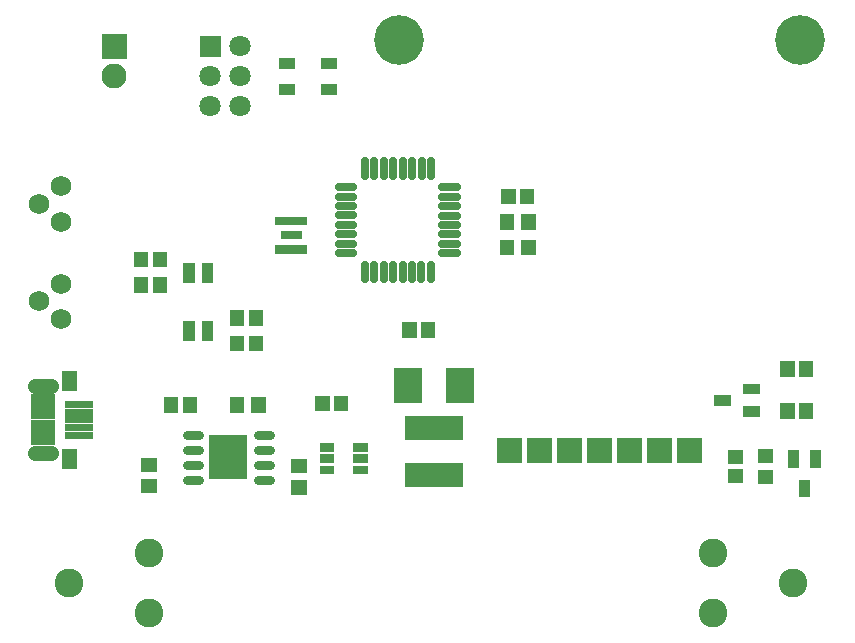
<source format=gts>
G04 Layer: TopSolderMaskLayer*
G04 EasyEDA v6.3.41, 2020-05-05T11:48:15+01:00*
G04 2ec71008dff244c88071119ef016d080,e9fa969840cb4916a94017553220f78b,10*
G04 Gerber Generator version 0.2*
G04 Scale: 100 percent, Rotated: No, Reflected: No *
G04 Dimensions in millimeters *
G04 leading zeros omitted , absolute positions ,3 integer and 3 decimal *
%FSLAX33Y33*%
%MOMM*%
G90*
G71D02*

%ADD45C,1.303198*%
%ADD46C,0.803199*%
%ADD47C,0.653212*%
%ADD49C,1.727200*%
%ADD61C,4.203192*%
%ADD62C,2.430780*%
%ADD65C,1.803197*%
%ADD68C,2.103196*%

%LPD*%
G54D45*
G01X2098Y20036D02*
G01X798Y20036D01*
G01X2098Y25686D02*
G01X798Y25686D01*
G54D46*
G01X19644Y17780D02*
G01X20644Y17780D01*
G01X19644Y19050D02*
G01X20644Y19050D01*
G01X19644Y20320D02*
G01X20644Y20320D01*
G01X19644Y21590D02*
G01X20644Y21590D01*
G01X13645Y17780D02*
G01X14645Y17780D01*
G01X13645Y19050D02*
G01X14645Y19050D01*
G01X13645Y20320D02*
G01X14645Y20320D01*
G01X13645Y21590D02*
G01X14645Y21590D01*
G54D47*
G01X28702Y44732D02*
G01X28702Y43532D01*
G01X29502Y44732D02*
G01X29502Y43532D01*
G01X30302Y44732D02*
G01X30302Y43532D01*
G01X31102Y44732D02*
G01X31102Y43532D01*
G01X31899Y44732D02*
G01X31899Y43532D01*
G01X32699Y44732D02*
G01X32699Y43532D01*
G01X33500Y44732D02*
G01X33500Y43532D01*
G01X34300Y44732D02*
G01X34300Y43532D01*
G01X35264Y42557D02*
G01X36464Y42557D01*
G01X35264Y41757D02*
G01X36464Y41757D01*
G01X35264Y40957D02*
G01X36464Y40957D01*
G01X35264Y40157D02*
G01X36464Y40157D01*
G01X35264Y39359D02*
G01X36464Y39359D01*
G01X35264Y38559D02*
G01X36464Y38559D01*
G01X35264Y37759D02*
G01X36464Y37759D01*
G01X35264Y36959D02*
G01X36464Y36959D01*
G01X34290Y35969D02*
G01X34290Y34769D01*
G01X33489Y35969D02*
G01X33489Y34769D01*
G01X32689Y35969D02*
G01X32689Y34769D01*
G01X31889Y35969D02*
G01X31889Y34769D01*
G01X31092Y35969D02*
G01X31092Y34769D01*
G01X30292Y35969D02*
G01X30292Y34769D01*
G01X29491Y35969D02*
G01X29491Y34769D01*
G01X28691Y35969D02*
G01X28691Y34769D01*
G01X26527Y36969D02*
G01X27727Y36969D01*
G01X26527Y37769D02*
G01X27727Y37769D01*
G01X26527Y38569D02*
G01X27727Y38569D01*
G01X26527Y39370D02*
G01X27727Y39370D01*
G01X26527Y40167D02*
G01X27727Y40167D01*
G01X26527Y40967D02*
G01X27727Y40967D01*
G01X26527Y41767D02*
G01X27727Y41767D01*
G01X26527Y42567D02*
G01X27727Y42567D01*
G36*
G01X13332Y35303D02*
G01X13332Y36156D01*
G01X14335Y36156D01*
G01X14335Y35303D01*
G01X13332Y35303D01*
G37*
G36*
G01X14871Y35303D02*
G01X14871Y36156D01*
G01X15875Y36156D01*
G01X15875Y35303D01*
G01X14871Y35303D01*
G37*
G36*
G01X14871Y34452D02*
G01X14871Y35306D01*
G01X15875Y35306D01*
G01X15875Y34452D01*
G01X14871Y34452D01*
G37*
G36*
G01X13332Y34452D02*
G01X13332Y35306D01*
G01X14335Y35306D01*
G01X14335Y34452D01*
G01X13332Y34452D01*
G37*
G36*
G01X14874Y29502D02*
G01X14874Y30355D01*
G01X15877Y30355D01*
G01X15877Y29502D01*
G01X14874Y29502D01*
G37*
G36*
G01X13332Y29502D02*
G01X13332Y30355D01*
G01X14335Y30355D01*
G01X14335Y29502D01*
G01X13332Y29502D01*
G37*
G36*
G01X13335Y30350D02*
G01X13335Y31203D01*
G01X14338Y31203D01*
G01X14338Y30350D01*
G01X13335Y30350D01*
G37*
G36*
G01X14874Y30350D02*
G01X14874Y31203D01*
G01X15877Y31203D01*
G01X15877Y30350D01*
G01X14874Y30350D01*
G37*
G54D49*
G01X2981Y42647D03*
G01X2981Y39647D03*
G01X1082Y41148D03*
G01X2981Y34392D03*
G01X2981Y31392D03*
G01X1082Y32893D03*
G36*
G01X3347Y23858D02*
G01X3347Y24462D01*
G01X5651Y24462D01*
G01X5651Y23858D01*
G01X3347Y23858D01*
G37*
G36*
G01X3347Y23210D02*
G01X3347Y23812D01*
G01X5651Y23812D01*
G01X5651Y23210D01*
G01X3347Y23210D01*
G37*
G36*
G01X3347Y22560D02*
G01X3347Y23162D01*
G01X5651Y23162D01*
G01X5651Y22560D01*
G01X3347Y22560D01*
G37*
G36*
G01X3347Y21910D02*
G01X3347Y22512D01*
G01X5651Y22512D01*
G01X5651Y21910D01*
G01X3347Y21910D01*
G37*
G36*
G01X3347Y21259D02*
G01X3347Y21861D01*
G01X5651Y21861D01*
G01X5651Y21259D01*
G01X3347Y21259D01*
G37*
G36*
G01X3096Y25308D02*
G01X3096Y27012D01*
G01X4300Y27012D01*
G01X4300Y25308D01*
G01X3096Y25308D01*
G37*
G36*
G01X3096Y18709D02*
G01X3096Y20411D01*
G01X4300Y20411D01*
G01X4300Y18709D01*
G01X3096Y18709D01*
G37*
G36*
G01X396Y22908D02*
G01X396Y25011D01*
G01X2499Y25011D01*
G01X2499Y22908D01*
G01X396Y22908D01*
G37*
G36*
G01X396Y20708D02*
G01X396Y22811D01*
G01X2499Y22811D01*
G01X2499Y20708D01*
G01X396Y20708D01*
G37*
G36*
G01X15542Y17833D02*
G01X15542Y21536D01*
G01X18747Y21536D01*
G01X18747Y17833D01*
G01X15542Y17833D01*
G37*
G36*
G01X24922Y18232D02*
G01X24922Y18983D01*
G01X26126Y18983D01*
G01X26126Y18232D01*
G01X24922Y18232D01*
G37*
G36*
G01X24922Y19182D02*
G01X24922Y19933D01*
G01X26126Y19933D01*
G01X26126Y19182D01*
G01X24922Y19182D01*
G37*
G36*
G01X24922Y20132D02*
G01X24922Y20883D01*
G01X26126Y20883D01*
G01X26126Y20132D01*
G01X24922Y20132D01*
G37*
G36*
G01X27721Y20132D02*
G01X27721Y20883D01*
G01X28925Y20883D01*
G01X28925Y20132D01*
G01X27721Y20132D01*
G37*
G36*
G01X27721Y19182D02*
G01X27721Y19933D01*
G01X28925Y19933D01*
G01X28925Y19182D01*
G01X27721Y19182D01*
G37*
G36*
G01X27721Y18232D02*
G01X27721Y18983D01*
G01X28925Y18983D01*
G01X28925Y18232D01*
G01X27721Y18232D01*
G37*
G36*
G01X33472Y29827D02*
G01X33472Y31132D01*
G01X34676Y31132D01*
G01X34676Y29827D01*
G01X33472Y29827D01*
G37*
G36*
G01X31871Y29827D02*
G01X31871Y31132D01*
G01X33075Y31132D01*
G01X33075Y29827D01*
G01X31871Y29827D01*
G37*
G36*
G01X17266Y30843D02*
G01X17266Y32148D01*
G01X18470Y32148D01*
G01X18470Y30843D01*
G01X17266Y30843D01*
G37*
G36*
G01X18867Y30843D02*
G01X18867Y32148D01*
G01X20071Y32148D01*
G01X20071Y30843D01*
G01X18867Y30843D01*
G37*
G36*
G01X17266Y28684D02*
G01X17266Y29989D01*
G01X18470Y29989D01*
G01X18470Y28684D01*
G01X17266Y28684D01*
G37*
G36*
G01X18867Y28684D02*
G01X18867Y29989D01*
G01X20071Y29989D01*
G01X20071Y28684D01*
G01X18867Y28684D01*
G37*
G36*
G01X59418Y19121D02*
G01X59418Y20325D01*
G01X60723Y20325D01*
G01X60723Y19121D01*
G01X59418Y19121D01*
G37*
G36*
G01X59418Y17520D02*
G01X59418Y18724D01*
G01X60723Y18724D01*
G01X60723Y17520D01*
G01X59418Y17520D01*
G37*
G36*
G01X10739Y33637D02*
G01X10739Y34942D01*
G01X11943Y34942D01*
G01X11943Y33637D01*
G01X10739Y33637D01*
G37*
G36*
G01X9138Y33637D02*
G01X9138Y34942D01*
G01X10342Y34942D01*
G01X10342Y33637D01*
G01X9138Y33637D01*
G37*
G36*
G01X9138Y35796D02*
G01X9138Y37101D01*
G01X10342Y37101D01*
G01X10342Y35796D01*
G01X9138Y35796D01*
G37*
G36*
G01X10739Y35796D02*
G01X10739Y37101D01*
G01X11943Y37101D01*
G01X11943Y35796D01*
G01X10739Y35796D01*
G37*
G36*
G01X65476Y26525D02*
G01X65476Y27830D01*
G01X66680Y27830D01*
G01X66680Y26525D01*
G01X65476Y26525D01*
G37*
G36*
G01X63875Y26525D02*
G01X63875Y27830D01*
G01X65079Y27830D01*
G01X65079Y26525D01*
G01X63875Y26525D01*
G37*
G36*
G01X40253Y41130D02*
G01X40253Y42435D01*
G01X41457Y42435D01*
G01X41457Y41130D01*
G01X40253Y41130D01*
G37*
G36*
G01X41854Y41130D02*
G01X41854Y42435D01*
G01X43058Y42435D01*
G01X43058Y41130D01*
G01X41854Y41130D01*
G37*
G36*
G01X63875Y22969D02*
G01X63875Y24274D01*
G01X65079Y24274D01*
G01X65079Y22969D01*
G01X63875Y22969D01*
G37*
G36*
G01X65476Y22969D02*
G01X65476Y24274D01*
G01X66680Y24274D01*
G01X66680Y22969D01*
G01X65476Y22969D01*
G37*
G36*
G01X26106Y23604D02*
G01X26106Y24909D01*
G01X27310Y24909D01*
G01X27310Y23604D01*
G01X26106Y23604D01*
G37*
G36*
G01X24505Y23604D02*
G01X24505Y24909D01*
G01X25709Y24909D01*
G01X25709Y23604D01*
G01X24505Y23604D01*
G37*
G36*
G01X11678Y23477D02*
G01X11678Y24782D01*
G01X12882Y24782D01*
G01X12882Y23477D01*
G01X11678Y23477D01*
G37*
G36*
G01X13279Y23477D02*
G01X13279Y24782D01*
G01X14483Y24782D01*
G01X14483Y23477D01*
G01X13279Y23477D01*
G37*
G36*
G01X9761Y18458D02*
G01X9761Y19662D01*
G01X11066Y19662D01*
G01X11066Y18458D01*
G01X9761Y18458D01*
G37*
G36*
G01X9761Y16659D02*
G01X9761Y17861D01*
G01X11066Y17861D01*
G01X11066Y16659D01*
G01X9761Y16659D01*
G37*
G36*
G01X19093Y23477D02*
G01X19093Y24782D01*
G01X20297Y24782D01*
G01X20297Y23477D01*
G01X19093Y23477D01*
G37*
G36*
G01X17294Y23477D02*
G01X17294Y24782D01*
G01X18496Y24782D01*
G01X18496Y23477D01*
G01X17294Y23477D01*
G37*
G36*
G01X22461Y16532D02*
G01X22461Y17736D01*
G01X23766Y17736D01*
G01X23766Y16532D01*
G01X22461Y16532D01*
G37*
G36*
G01X22461Y18333D02*
G01X22461Y19535D01*
G01X23766Y19535D01*
G01X23766Y18333D01*
G01X22461Y18333D01*
G37*
G36*
G01X41953Y36812D02*
G01X41953Y38117D01*
G01X43157Y38117D01*
G01X43157Y36812D01*
G01X41953Y36812D01*
G37*
G36*
G01X40154Y36812D02*
G01X40154Y38117D01*
G01X41356Y38117D01*
G01X41356Y36812D01*
G01X40154Y36812D01*
G37*
G36*
G01X61958Y19220D02*
G01X61958Y20424D01*
G01X63263Y20424D01*
G01X63263Y19220D01*
G01X61958Y19220D01*
G37*
G36*
G01X61958Y17421D02*
G01X61958Y18623D01*
G01X63263Y18623D01*
G01X63263Y17421D01*
G01X61958Y17421D01*
G37*
G36*
G01X41953Y38971D02*
G01X41953Y40276D01*
G01X43157Y40276D01*
G01X43157Y38971D01*
G01X41953Y38971D01*
G37*
G36*
G01X40154Y38971D02*
G01X40154Y40276D01*
G01X41356Y40276D01*
G01X41356Y38971D01*
G01X40154Y38971D01*
G37*
G36*
G01X21127Y36931D02*
G01X21127Y37632D01*
G01X23830Y37632D01*
G01X23830Y36931D01*
G01X21127Y36931D01*
G37*
G36*
G01X21577Y38130D02*
G01X21577Y38831D01*
G01X23380Y38831D01*
G01X23380Y38130D01*
G01X21577Y38130D01*
G37*
G36*
G01X21127Y39329D02*
G01X21127Y40030D01*
G01X23830Y40030D01*
G01X23830Y39329D01*
G01X21127Y39329D01*
G37*
G36*
G01X32092Y21191D02*
G01X32092Y23195D01*
G01X36995Y23195D01*
G01X36995Y21191D01*
G01X32092Y21191D01*
G37*
G36*
G01X32092Y17190D02*
G01X32092Y19194D01*
G01X36995Y19194D01*
G01X36995Y17190D01*
G01X32092Y17190D01*
G37*
G36*
G01X21450Y52590D02*
G01X21450Y53494D01*
G01X22753Y53494D01*
G01X22753Y52590D01*
G01X21450Y52590D01*
G37*
G36*
G01X24998Y52590D02*
G01X24998Y53494D01*
G01X26301Y53494D01*
G01X26301Y52590D01*
G01X24998Y52590D01*
G37*
G36*
G01X21450Y50391D02*
G01X21450Y51295D01*
G01X22753Y51295D01*
G01X22753Y50391D01*
G01X21450Y50391D01*
G37*
G36*
G01X24998Y50391D02*
G01X24998Y51295D01*
G01X26301Y51295D01*
G01X26301Y50391D01*
G01X24998Y50391D01*
G37*
G36*
G01X47523Y19182D02*
G01X47523Y21285D01*
G01X49626Y21285D01*
G01X49626Y19182D01*
G01X47523Y19182D01*
G37*
G36*
G01X44983Y19182D02*
G01X44983Y21285D01*
G01X47086Y21285D01*
G01X47086Y19182D01*
G01X44983Y19182D01*
G37*
G36*
G01X42443Y19182D02*
G01X42443Y21285D01*
G01X44546Y21285D01*
G01X44546Y19182D01*
G01X42443Y19182D01*
G37*
G36*
G01X39903Y19182D02*
G01X39903Y21285D01*
G01X42006Y21285D01*
G01X42006Y19182D01*
G01X39903Y19182D01*
G37*
G36*
G01X50063Y19182D02*
G01X50063Y21285D01*
G01X52166Y21285D01*
G01X52166Y19182D01*
G01X50063Y19182D01*
G37*
G36*
G01X52603Y19182D02*
G01X52603Y21285D01*
G01X54706Y21285D01*
G01X54706Y19182D01*
G01X52603Y19182D01*
G37*
G36*
G01X55145Y19182D02*
G01X55145Y21285D01*
G01X57249Y21285D01*
G01X57249Y19182D01*
G01X55145Y19182D01*
G37*
G54D61*
G01X31574Y55033D03*
G01X65574Y55033D03*
G54D62*
G01X10414Y6477D03*
G01X3657Y9017D03*
G01X10414Y11557D03*
G01X58166Y11557D03*
G01X64922Y9017D03*
G01X58166Y6477D03*
G36*
G01X31153Y24307D02*
G01X31153Y27254D01*
G01X33515Y27254D01*
G01X33515Y24307D01*
G01X31153Y24307D01*
G37*
G36*
G01X35572Y24307D02*
G01X35572Y27254D01*
G01X37934Y27254D01*
G01X37934Y24307D01*
G01X35572Y24307D01*
G37*
G36*
G01X65460Y16311D02*
G01X65460Y17764D01*
G01X66365Y17764D01*
G01X66365Y16311D01*
G01X65460Y16311D01*
G37*
G36*
G01X64510Y18811D02*
G01X64510Y20264D01*
G01X65415Y20264D01*
G01X65415Y18811D01*
G01X64510Y18811D01*
G37*
G36*
G01X66410Y18811D02*
G01X66410Y20264D01*
G01X67315Y20264D01*
G01X67315Y18811D01*
G01X66410Y18811D01*
G37*
G54D65*
G01X18161Y49403D03*
G01X15621Y49403D03*
G01X18161Y51943D03*
G01X15621Y51943D03*
G01X18161Y54483D03*
G36*
G01X14719Y53581D02*
G01X14719Y55384D01*
G01X16522Y55384D01*
G01X16522Y53581D01*
G01X14719Y53581D01*
G37*
G36*
G01X60721Y23108D02*
G01X60721Y24013D01*
G01X62174Y24013D01*
G01X62174Y23108D01*
G01X60721Y23108D01*
G37*
G36*
G01X60721Y25008D02*
G01X60721Y25913D01*
G01X62174Y25913D01*
G01X62174Y25008D01*
G01X60721Y25008D01*
G37*
G36*
G01X58221Y24058D02*
G01X58221Y24963D01*
G01X59674Y24963D01*
G01X59674Y24058D01*
G01X58221Y24058D01*
G37*
G36*
G01X6441Y53431D02*
G01X6441Y55534D01*
G01X8544Y55534D01*
G01X8544Y53431D01*
G01X6441Y53431D01*
G37*
G54D68*
G01X7493Y51943D03*
M00*
M02*

</source>
